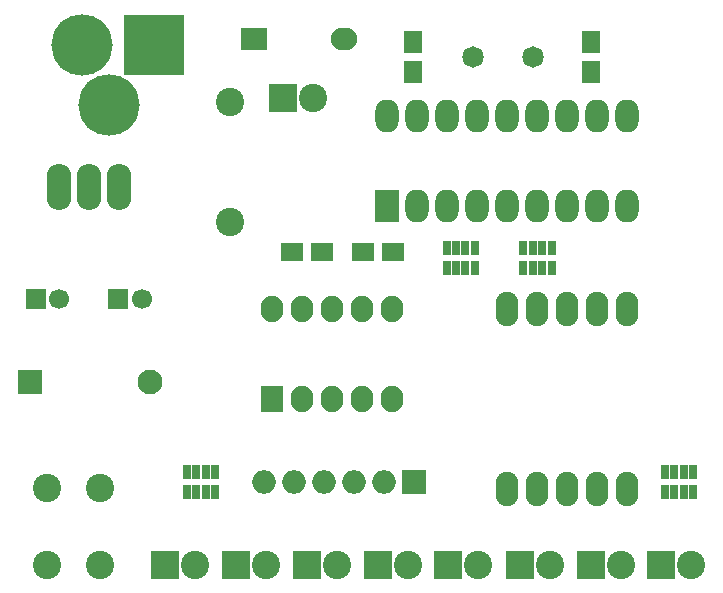
<source format=gts>
G04 #@! TF.FileFunction,Soldermask,Top*
%FSLAX46Y46*%
G04 Gerber Fmt 4.6, Leading zero omitted, Abs format (unit mm)*
G04 Created by KiCad (PCBNEW 4.0.5-e0-6337~49~ubuntu16.04.1) date Mon Jan 30 13:11:42 2017*
%MOMM*%
%LPD*%
G01*
G04 APERTURE LIST*
%ADD10C,0.100000*%
%ADD11O,1.924000X2.924000*%
%ADD12R,1.650000X1.900000*%
%ADD13R,1.900000X1.650000*%
%ADD14R,1.700000X1.700000*%
%ADD15C,1.700000*%
%ADD16C,5.200000*%
%ADD17R,5.200000X5.200000*%
%ADD18C,2.099260*%
%ADD19R,2.099260X2.099260*%
%ADD20R,2.400000X2.400000*%
%ADD21C,2.400000*%
%ADD22C,2.398980*%
%ADD23R,0.800000X1.300000*%
%ADD24R,2.224000X1.924000*%
%ADD25O,2.224000X1.924000*%
%ADD26R,1.924000X2.224000*%
%ADD27O,1.924000X2.224000*%
%ADD28R,2.000000X2.800000*%
%ADD29O,2.000000X2.800000*%
%ADD30C,1.822400*%
%ADD31R,2.000000X2.000000*%
%ADD32O,2.000000X2.000000*%
%ADD33O,2.099260X3.900120*%
G04 APERTURE END LIST*
D10*
D11*
X176420000Y-133620000D03*
X178960000Y-133620000D03*
X181500000Y-133620000D03*
X184040000Y-133620000D03*
X186580000Y-133620000D03*
X186580000Y-118380000D03*
X184040000Y-118380000D03*
X181500000Y-118380000D03*
X178960000Y-118380000D03*
X176420000Y-118380000D03*
D12*
X168500000Y-95750000D03*
X168500000Y-98250000D03*
X183500000Y-95750000D03*
X183500000Y-98250000D03*
D13*
X158250000Y-113500000D03*
X160750000Y-113500000D03*
D14*
X136500000Y-117500000D03*
D15*
X138500000Y-117500000D03*
D14*
X143500000Y-117500000D03*
D15*
X145500000Y-117500000D03*
D13*
X166750000Y-113500000D03*
X164250000Y-113500000D03*
D16*
X140400000Y-96000000D03*
D17*
X146500000Y-96000000D03*
D16*
X142690000Y-101080000D03*
D18*
X146160520Y-124497460D03*
D19*
X136000520Y-124497460D03*
D20*
X157460000Y-100500000D03*
D21*
X160000000Y-100500000D03*
D20*
X147500000Y-140000000D03*
D21*
X150040000Y-140000000D03*
D20*
X153460000Y-140000000D03*
D21*
X156000000Y-140000000D03*
D20*
X159460000Y-140000000D03*
D21*
X162000000Y-140000000D03*
D20*
X165500000Y-140000000D03*
D21*
X168040000Y-140000000D03*
D20*
X171460000Y-140000000D03*
D21*
X174000000Y-140000000D03*
D20*
X177500000Y-140000000D03*
D21*
X180040000Y-140000000D03*
D20*
X183500000Y-140000000D03*
D21*
X186040000Y-140000000D03*
D20*
X189500000Y-140000000D03*
D21*
X192040000Y-140000000D03*
D22*
X153000000Y-111000000D03*
X153000000Y-100840000D03*
D23*
X172100000Y-114850000D03*
X172900000Y-114850000D03*
X171300000Y-114850000D03*
X173700000Y-114850000D03*
X171300000Y-113150000D03*
X172100000Y-113150000D03*
X172900000Y-113150000D03*
X173700000Y-113150000D03*
X178600000Y-114850000D03*
X179400000Y-114850000D03*
X177800000Y-114850000D03*
X180200000Y-114850000D03*
X177800000Y-113150000D03*
X178600000Y-113150000D03*
X179400000Y-113150000D03*
X180200000Y-113150000D03*
X150100000Y-133850000D03*
X150900000Y-133850000D03*
X149300000Y-133850000D03*
X151700000Y-133850000D03*
X149300000Y-132150000D03*
X150100000Y-132150000D03*
X150900000Y-132150000D03*
X151700000Y-132150000D03*
X190600000Y-133850000D03*
X191400000Y-133850000D03*
X189800000Y-133850000D03*
X192200000Y-133850000D03*
X189800000Y-132150000D03*
X190600000Y-132150000D03*
X191400000Y-132150000D03*
X192200000Y-132150000D03*
D24*
X155000000Y-95500000D03*
D25*
X162620000Y-95500000D03*
D21*
X137500000Y-133500000D03*
X142000000Y-133500000D03*
X137500000Y-140000000D03*
X142000000Y-140000000D03*
D26*
X156500000Y-126000000D03*
D27*
X156500000Y-118380000D03*
X159040000Y-126000000D03*
X159040000Y-118380000D03*
X161580000Y-126000000D03*
X161580000Y-118380000D03*
X164120000Y-126000000D03*
X164120000Y-118380000D03*
X166660000Y-126000000D03*
X166660000Y-118380000D03*
D28*
X166300000Y-109620000D03*
D29*
X186620000Y-102000000D03*
X168840000Y-109620000D03*
X184080000Y-102000000D03*
X171380000Y-109620000D03*
X181540000Y-102000000D03*
X173920000Y-109620000D03*
X179000000Y-102000000D03*
X176460000Y-109620000D03*
X176460000Y-102000000D03*
X179000000Y-109620000D03*
X173920000Y-102000000D03*
X181540000Y-109620000D03*
X171380000Y-102000000D03*
X184080000Y-109620000D03*
X168840000Y-102000000D03*
X186620000Y-109620000D03*
X166300000Y-102000000D03*
D30*
X173500000Y-97000000D03*
X178580000Y-97000000D03*
D31*
X168580000Y-133000000D03*
D32*
X166040000Y-133000000D03*
X163500000Y-133000000D03*
X160960000Y-133000000D03*
X158420000Y-133000000D03*
X155880000Y-133000000D03*
D33*
X141000000Y-108000000D03*
X138460000Y-108000000D03*
X143540000Y-108000000D03*
M02*

</source>
